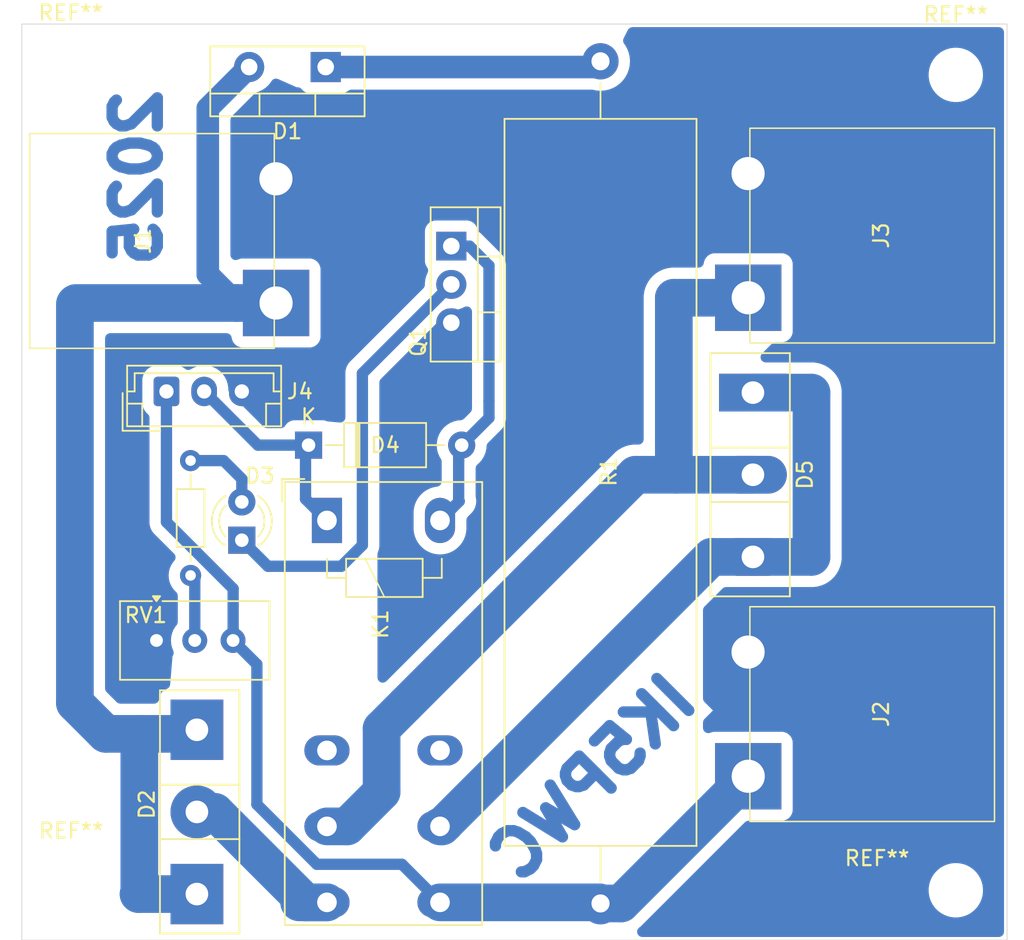
<source format=kicad_pcb>
(kicad_pcb (version 20240108) (generator "pcbnew") (generator_version "8.0")
  (layers (0 "F.Cu" signal) (31 "B.Cu" signal) (37 "F.SilkS" user "F.Silkscreen") (44 "Edge.Cuts" user))
  (net 0 "")
  (net 1 "VCC")
  (net 2 "Net-(D1-K)")
  (net 3 "Net-(D2-K)")
  (net 4 "Net-(D5-K)")
  (net 5 "GND")
  (net 8 "Net-(D3-K)")
  (net 9 "Net-(D3-A)")
  (net 10 "Net-(D5-A-Pad1)")
  (net 11 "/+12V")
  (net 12 "Net-(R2-Pad1)")
  (net 13 "/A2")
  (net 14 "/A1")
  (footprint "Resistor_THT:R_Axial_DIN0204_L3.6mm_D1.6mm_P7.62mm_Horizontal" (layer "F.Cu") (at 23.9875 52.9725 90)
    (property "Reference" "R2" (hide yes))
    (property "Value" "510")
    (fp_line (start 5.73 -0.92) (end 1.89 -0.92) (stroke (width 0.12)) (layer "F.SilkS"))
    (fp_line (start 1.89 -0.92) (end 1.89 0.92) (stroke (width 0.12)) (layer "F.SilkS"))
    (fp_line (start 6.68 0) (end 5.73 0) (stroke (width 0.12)) (layer "F.SilkS"))
    (fp_line (start 0.94 0) (end 1.89 0) (stroke (width 0.12)) (layer "F.SilkS"))
    (fp_line (start 5.73 0.92) (end 5.73 -0.92) (stroke (width 0.12)) (layer "F.SilkS"))
    (fp_line (start 1.89 0.92) (end 5.73 0.92) (stroke (width 0.12)) (layer "F.SilkS"))
    (pad "1" thru_hole circle (at 0 0 90) (size 1.4 1.4) (drill 0.7) (layers "*.Cu" "*.Mask" "In1.Cu" "In2.Cu" "In3.Cu" "In4.Cu" "In5.Cu" "In6.Cu" "In7.Cu" "In8.Cu" "In9.Cu" "In10.Cu" "In11.Cu" "In12.Cu" "In13.Cu" "In14.Cu" "In15.Cu" "In16.Cu" "In17.Cu" "In18.Cu" "In19.Cu" "In20.Cu" "In21.Cu" "In22.Cu" "In23.Cu" "In24.Cu" "In25.Cu" "In26.Cu" "In27.Cu" "In28.Cu" "In29.Cu" "In30.Cu") (net 12 "Net-(R2-Pad1)"))
    (pad "2" thru_hole oval (at 7.62 0 90) (size 1.4 1.4) (drill 0.7) (layers "*.Cu" "*.Mask" "In1.Cu" "In2.Cu" "In3.Cu" "In4.Cu" "In5.Cu" "In6.Cu" "In7.Cu" "In8.Cu" "In9.Cu" "In10.Cu" "In11.Cu" "In12.Cu" "In13.Cu" "In14.Cu" "In15.Cu" "In16.Cu" "In17.Cu" "In18.Cu" "In19.Cu" "In20.Cu" "In21.Cu" "In22.Cu" "In23.Cu" "In24.Cu" "In25.Cu" "In26.Cu" "In27.Cu" "In28.Cu" "In29.Cu" "In30.Cu") (net 9 "Net-(D3-A)"))
  )
  (footprint "Package_TO_SOT_THT:TO-247-3_Vertical" (layer "F.Cu") (at 61.3015 40.8405 -90)
    (property "Reference" "D5" (at 5.45 -3.45 90) (layer "F.SilkS"))
    (property "Value" "D_Schottky_Dual_CommonCathode_AKA_Parallel")
    (fp_line (start -2.62 2.82) (end 13.52 2.82) (stroke (width 0.12)) (layer "F.SilkS"))
    (fp_line (start -2.62 -2.451) (end -2.62 2.82) (stroke (width 0.12)) (layer "F.SilkS"))
    (fp_line (start -2.62 -2.451) (end 13.52 -2.451) (stroke (width 0.12)) (layer "F.SilkS"))
    (fp_line (start 3.646 -2.451) (end 3.646 2.82) (stroke (width 0.12)) (layer "F.SilkS"))
    (fp_line (start 7.255 -2.451) (end 7.255 2.82) (stroke (width 0.12)) (layer "F.SilkS"))
    (fp_line (start 13.52 -2.451) (end 13.52 2.82) (stroke (width 0.12)) (layer "F.SilkS"))
    (pad "1" thru_hole rect (at 0 0 270) (size 2.5 4.5) (drill 1.5) (layers "*.Cu" "*.Mask" "In1.Cu" "In2.Cu" "In3.Cu" "In4.Cu" "In5.Cu" "In6.Cu" "In7.Cu" "In8.Cu" "In9.Cu" "In10.Cu" "In11.Cu" "In12.Cu" "In13.Cu" "In14.Cu" "In15.Cu" "In16.Cu" "In17.Cu" "In18.Cu" "In19.Cu" "In20.Cu" "In21.Cu" "In22.Cu" "In23.Cu" "In24.Cu" "In25.Cu" "In26.Cu" "In27.Cu" "In28.Cu" "In29.Cu" "In30.Cu") (net 10 "Net-(D5-A-Pad1)"))
    (pad "2" thru_hole oval (at 5.45 0 270) (size 2.5 4.5) (drill 1.5) (layers "*.Cu" "*.Mask" "In1.Cu" "In2.Cu" "In3.Cu" "In4.Cu" "In5.Cu" "In6.Cu" "In7.Cu" "In8.Cu" "In9.Cu" "In10.Cu" "In11.Cu" "In12.Cu" "In13.Cu" "In14.Cu" "In15.Cu" "In16.Cu" "In17.Cu" "In18.Cu" "In19.Cu" "In20.Cu" "In21.Cu" "In22.Cu" "In23.Cu" "In24.Cu" "In25.Cu" "In26.Cu" "In27.Cu" "In28.Cu" "In29.Cu" "In30.Cu") (net 4 "Net-(D5-K)"))
    (pad "3" thru_hole oval (at 10.9 0 270) (size 2.5 4.5) (drill 1.5) (layers "*.Cu" "*.Mask" "In1.Cu" "In2.Cu" "In3.Cu" "In4.Cu" "In5.Cu" "In6.Cu" "In7.Cu" "In8.Cu" "In9.Cu" "In10.Cu" "In11.Cu" "In12.Cu" "In13.Cu" "In14.Cu" "In15.Cu" "In16.Cu" "In17.Cu" "In18.Cu" "In19.Cu" "In20.Cu" "In21.Cu" "In22.Cu" "In23.Cu" "In24.Cu" "In25.Cu" "In26.Cu" "In27.Cu" "In28.Cu" "In29.Cu" "In30.Cu") (net 10 "Net-(D5-A-Pad1)"))
  )
  (footprint "Package_TO_SOT_THT:TO-220-3_Vertical" (layer "F.Cu") (at 41.2875 31.1225 -90)
    (property "Reference" "Q1" (at 6.34 2.205 90) (layer "F.SilkS"))
    (property "Value" "BDX53C" (hide yes))
    (fp_line (start -2.58 1.371) (end 7.66 1.371) (stroke (width 0.12)) (layer "F.SilkS"))
    (fp_line (start -2.58 -1.76) (end 7.66 -1.76) (stroke (width 0.12)) (layer "F.SilkS"))
    (fp_line (start -2.58 -3.27) (end -2.58 1.371) (stroke (width 0.12)) (layer "F.SilkS"))
    (fp_line (start -2.58 -3.27) (end 7.66 -3.27) (stroke (width 0.12)) (layer "F.SilkS"))
    (fp_line (start 0.69 -3.27) (end 0.69 -1.76) (stroke (width 0.12)) (layer "F.SilkS"))
    (fp_line (start 4.391 -3.27) (end 4.391 -1.76) (stroke (width 0.12)) (layer "F.SilkS"))
    (fp_line (start 7.66 -3.27) (end 7.66 1.371) (stroke (width 0.12)) (layer "F.SilkS"))
    (pad "1" thru_hole rect (at 0 0 270) (size 1.905 2) (drill 1.1) (layers "*.Cu" "*.Mask" "In1.Cu" "In2.Cu" "In3.Cu" "In4.Cu" "In5.Cu" "In6.Cu" "In7.Cu" "In8.Cu" "In9.Cu" "In10.Cu" "In11.Cu" "In12.Cu" "In13.Cu" "In14.Cu" "In15.Cu" "In16.Cu" "In17.Cu" "In18.Cu" "In19.Cu" "In20.Cu" "In21.Cu" "In22.Cu" "In23.Cu" "In24.Cu" "In25.Cu" "In26.Cu" "In27.Cu" "In28.Cu" "In29.Cu" "In30.Cu") (net 13 "/A2"))
    (pad "2" thru_hole oval (at 2.54 0 270) (size 1.905 2) (drill 1.1) (layers "*.Cu" "*.Mask" "In1.Cu" "In2.Cu" "In3.Cu" "In4.Cu" "In5.Cu" "In6.Cu" "In7.Cu" "In8.Cu" "In9.Cu" "In10.Cu" "In11.Cu" "In12.Cu" "In13.Cu" "In14.Cu" "In15.Cu" "In16.Cu" "In17.Cu" "In18.Cu" "In19.Cu" "In20.Cu" "In21.Cu" "In22.Cu" "In23.Cu" "In24.Cu" "In25.Cu" "In26.Cu" "In27.Cu" "In28.Cu" "In29.Cu" "In30.Cu") (net 8 "Net-(D3-K)"))
    (pad "3" thru_hole oval (at 5.08 0 270) (size 1.905 2) (drill 1.1) (layers "*.Cu" "*.Mask" "In1.Cu" "In2.Cu" "In3.Cu" "In4.Cu" "In5.Cu" "In6.Cu" "In7.Cu" "In8.Cu" "In9.Cu" "In10.Cu" "In11.Cu" "In12.Cu" "In13.Cu" "In14.Cu" "In15.Cu" "In16.Cu" "In17.Cu" "In18.Cu" "In19.Cu" "In20.Cu" "In21.Cu" "In22.Cu" "In23.Cu" "In24.Cu" "In25.Cu" "In26.Cu" "In27.Cu" "In28.Cu" "In29.Cu" "In30.Cu") (net 5 "GND"))
  )
  (footprint "Resistor_THT:R_Axial_Power_L48.0mm_W12.5mm_P55.88mm" (layer "F.Cu") (at 51.1875 74.7358 90)
    (property "Reference" "R1" (at 28.64 0.55 90) (layer "F.SilkS"))
    (property "Value" "2R7")
    (fp_line (start 52.06 -6.37) (end 3.82 -6.37) (stroke (width 0.12)) (layer "F.SilkS"))
    (fp_line (start 3.82 -6.37) (end 3.82 6.37) (stroke (width 0.12)) (layer "F.SilkS"))
    (fp_line (start 54.44 0) (end 52.06 0) (stroke (width 0.12)) (layer "F.SilkS"))
    (fp_line (start 1.44 0) (end 3.82 0) (stroke (width 0.12)) (layer "F.SilkS"))
    (fp_line (start 52.06 6.37) (end 52.06 -6.37) (stroke (width 0.12)) (layer "F.SilkS"))
    (fp_line (start 3.82 6.37) (end 52.06 6.37) (stroke (width 0.12)) (layer "F.SilkS"))
    (pad "1" thru_hole circle (at 0 0 90) (size 2.4 2.4) (drill 1.2) (layers "*.Cu" "*.Mask" "In1.Cu" "In2.Cu" "In3.Cu" "In4.Cu" "In5.Cu" "In6.Cu" "In7.Cu" "In8.Cu" "In9.Cu" "In10.Cu" "In11.Cu" "In12.Cu" "In13.Cu" "In14.Cu" "In15.Cu" "In16.Cu" "In17.Cu" "In18.Cu" "In19.Cu" "In20.Cu" "In21.Cu" "In22.Cu" "In23.Cu" "In24.Cu" "In25.Cu" "In26.Cu" "In27.Cu" "In28.Cu" "In29.Cu" "In30.Cu") (net 11 "/+12V"))
    (pad "2" thru_hole oval (at 55.88 0 90) (size 2.4 2.4) (drill 1.2) (layers "*.Cu" "*.Mask" "In1.Cu" "In2.Cu" "In3.Cu" "In4.Cu" "In5.Cu" "In6.Cu" "In7.Cu" "In8.Cu" "In9.Cu" "In10.Cu" "In11.Cu" "In12.Cu" "In13.Cu" "In14.Cu" "In15.Cu" "In16.Cu" "In17.Cu" "In18.Cu" "In19.Cu" "In20.Cu" "In21.Cu" "In22.Cu" "In23.Cu" "In24.Cu" "In25.Cu" "In26.Cu" "In27.Cu" "In28.Cu" "In29.Cu" "In30.Cu") (net 2 "Net-(D1-K)"))
  )
  (footprint "Connector_JST:JST_EH_B3B-EH-A_1x03_P2.50mm_Vertical" (layer "F.Cu") (at 22.3875 40.7625)
    (property "Reference" "J4" (at 8.85 0 0) (layer "F.SilkS"))
    (property "Value" "ENABLE")
    (fp_line (start -2.91 0.11) (end -2.91 2.61) (stroke (width 0.12)) (layer "F.SilkS"))
    (fp_line (start -2.91 2.61) (end -0.41 2.61) (stroke (width 0.12)) (layer "F.SilkS"))
    (fp_line (start -2.61 -1.71) (end -2.61 2.31) (stroke (width 0.12)) (layer "F.SilkS"))
    (fp_line (start -2.61 0) (end -2.11 0) (stroke (width 0.12)) (layer "F.SilkS"))
    (fp_line (start -2.61 0.81) (end -1.61 0.81) (stroke (width 0.12)) (layer "F.SilkS"))
    (fp_line (start -2.61 2.31) (end 7.61 2.31) (stroke (width 0.12)) (layer "F.SilkS"))
    (fp_line (start -2.11 -1.21) (end 7.11 -1.21) (stroke (width 0.12)) (layer "F.SilkS"))
    (fp_line (start -2.11 0) (end -2.11 -1.21) (stroke (width 0.12)) (layer "F.SilkS"))
    (fp_line (start -1.61 0.81) (end -1.61 2.31) (stroke (width 0.12)) (layer "F.SilkS"))
    (fp_line (start 6.61 0.81) (end 6.61 2.31) (stroke (width 0.12)) (layer "F.SilkS"))
    (fp_line (start 7.11 -1.21) (end 7.11 0) (stroke (width 0.12)) (layer "F.SilkS"))
    (fp_line (start 7.11 0) (end 7.61 0) (stroke (width 0.12)) (layer "F.SilkS"))
    (fp_line (start 7.61 -1.71) (end -2.61 -1.71) (stroke (width 0.12)) (layer "F.SilkS"))
    (fp_line (start 7.61 0.81) (end 6.61 0.81) (stroke (width 0.12)) (layer "F.SilkS"))
    (fp_line (start 7.61 2.31) (end 7.61 -1.71) (stroke (width 0.12)) (layer "F.SilkS"))
    (pad "1" thru_hole roundrect (at 0 0) (size 1.7 1.95) (drill 0.95) (layers "*.Cu" "*.Mask" "In1.Cu" "In2.Cu" "In3.Cu" "In4.Cu" "In5.Cu" "In6.Cu" "In7.Cu" "In8.Cu" "In9.Cu" "In10.Cu" "In11.Cu" "In12.Cu" "In13.Cu" "In14.Cu" "In15.Cu" "In16.Cu" "In17.Cu" "In18.Cu" "In19.Cu" "In20.Cu" "In21.Cu" "In22.Cu" "In23.Cu" "In24.Cu" "In25.Cu" "In26.Cu" "In27.Cu" "In28.Cu" "In29.Cu" "In30.Cu") (roundrect_rratio 0.147059) (net 11 "/+12V"))
    (pad "2" thru_hole oval (at 2.5 0) (size 1.7 1.95) (drill 0.95) (layers "*.Cu" "*.Mask" "In1.Cu" "In2.Cu" "In3.Cu" "In4.Cu" "In5.Cu" "In6.Cu" "In7.Cu" "In8.Cu" "In9.Cu" "In10.Cu" "In11.Cu" "In12.Cu" "In13.Cu" "In14.Cu" "In15.Cu" "In16.Cu" "In17.Cu" "In18.Cu" "In19.Cu" "In20.Cu" "In21.Cu" "In22.Cu" "In23.Cu" "In24.Cu" "In25.Cu" "In26.Cu" "In27.Cu" "In28.Cu" "In29.Cu" "In30.Cu") (net 14 "/A1"))
    (pad "3" thru_hole oval (at 5 0) (size 1.7 1.95) (drill 0.95) (layers "*.Cu" "*.Mask" "In1.Cu" "In2.Cu" "In3.Cu" "In4.Cu" "In5.Cu" "In6.Cu" "In7.Cu" "In8.Cu" "In9.Cu" "In10.Cu" "In11.Cu" "In12.Cu" "In13.Cu" "In14.Cu" "In15.Cu" "In16.Cu" "In17.Cu" "In18.Cu" "In19.Cu" "In20.Cu" "In21.Cu" "In22.Cu" "In23.Cu" "In24.Cu" "In25.Cu" "In26.Cu" "In27.Cu" "In28.Cu" "In29.Cu" "In30.Cu") (net 5 "GND"))
  )
  (footprint "Package_TO_SOT_THT:TO-220-2_Vertical" (layer "F.Cu") (at 32.9528 19.2368 180)
    (property "Reference" "D1" (at 2.54 -4.27 0) (layer "F.SilkS"))
    (property "Value" "BYW19")
    (fp_line (start 7.66 -3.27) (end 7.66 1.371) (stroke (width 0.12)) (layer "F.SilkS"))
    (fp_line (start 4.391 -3.27) (end 4.391 -1.76) (stroke (width 0.12)) (layer "F.SilkS"))
    (fp_line (start 0.69 -3.27) (end 0.69 -1.76) (stroke (width 0.12)) (layer "F.SilkS"))
    (fp_line (start -2.58 1.371) (end 7.66 1.371) (stroke (width 0.12)) (layer "F.SilkS"))
    (fp_line (start -2.58 -1.76) (end 7.66 -1.76) (stroke (width 0.12)) (layer "F.SilkS"))
    (fp_line (start -2.58 -3.27) (end 7.66 -3.27) (stroke (width 0.12)) (layer "F.SilkS"))
    (fp_line (start -2.58 -3.27) (end -2.58 1.371) (stroke (width 0.12)) (layer "F.SilkS"))
    (pad "1" thru_hole rect (at 0 0 180) (size 2 2) (drill 1.1) (layers "*.Cu" "*.Mask" "In1.Cu" "In2.Cu" "In3.Cu" "In4.Cu" "In5.Cu" "In6.Cu" "In7.Cu" "In8.Cu" "In9.Cu" "In10.Cu" "In11.Cu" "In12.Cu" "In13.Cu" "In14.Cu" "In15.Cu" "In16.Cu" "In17.Cu" "In18.Cu" "In19.Cu" "In20.Cu" "In21.Cu" "In22.Cu" "In23.Cu" "In24.Cu" "In25.Cu" "In26.Cu" "In27.Cu" "In28.Cu" "In29.Cu" "In30.Cu") (net 2 "Net-(D1-K)"))
    (pad "2" thru_hole circle (at 5.08 0 180) (size 2 2) (drill 1.1) (layers "*.Cu" "*.Mask" "In1.Cu" "In2.Cu" "In3.Cu" "In4.Cu" "In5.Cu" "In6.Cu" "In7.Cu" "In8.Cu" "In9.Cu" "In10.Cu" "In11.Cu" "In12.Cu" "In13.Cu" "In14.Cu" "In15.Cu" "In16.Cu" "In17.Cu" "In18.Cu" "In19.Cu" "In20.Cu" "In21.Cu" "In22.Cu" "In23.Cu" "In24.Cu" "In25.Cu" "In26.Cu" "In27.Cu" "In28.Cu" "In29.Cu" "In30.Cu") (net 1 "VCC"))
  )
  (footprint "IK5PWC:Mammooth_4mm" (layer "F.Cu") (at 60.9895 34.5465 90)
    (property "Reference" "J3" (at 4.13 8.82 90) (layer "F.SilkS"))
    (property "Value" "OUTPUT")
    (fp_rect (start -3 0.11) (end 11.25 16.34) (stroke (width 0.1)) (fill none) (layer "F.SilkS"))
    (pad "1" thru_hole rect (at 0 0 90) (size 4.4 4.4) (drill 2.2) (layers "*.Cu" "*.Mask" "In1.Cu" "In2.Cu" "In3.Cu" "In4.Cu" "In5.Cu" "In6.Cu" "In7.Cu" "In8.Cu" "In9.Cu" "In10.Cu" "In11.Cu" "In12.Cu" "In13.Cu" "In14.Cu" "In15.Cu" "In16.Cu" "In17.Cu" "In18.Cu" "In19.Cu" "In20.Cu" "In21.Cu" "In22.Cu" "In23.Cu" "In24.Cu" "In25.Cu" "In26.Cu" "In27.Cu" "In28.Cu" "In29.Cu" "In30.Cu") (net 4 "Net-(D5-K)"))
    (pad "2" thru_hole rect (at 8.24 -0.01 90) (size 4.4 4.4) (drill 2.2) (layers "*.Cu" "*.Mask" "In1.Cu" "In2.Cu" "In3.Cu" "In4.Cu" "In5.Cu" "In6.Cu" "In7.Cu" "In8.Cu" "In9.Cu" "In10.Cu" "In11.Cu" "In12.Cu" "In13.Cu" "In14.Cu" "In15.Cu" "In16.Cu" "In17.Cu" "In18.Cu" "In19.Cu" "In20.Cu" "In21.Cu" "In22.Cu" "In23.Cu" "In24.Cu" "In25.Cu" "In26.Cu" "In27.Cu" "In28.Cu" "In29.Cu" "In30.Cu") (net 5 "GND"))
  )
  (footprint "IK5PWC:Mammooth_4mm" (layer "F.Cu") (at 29.6508 26.6536 -90)
    (property "Reference" "J1" (at 4.13 8.82 90) (layer "F.SilkS"))
    (property "Value" "INPUT")
    (fp_rect (start -3 0.11) (end 11.25 16.34) (stroke (width 0.1)) (fill none) (layer "F.SilkS"))
    (pad "1" thru_hole rect (at 0 0 270) (size 4.4 4.4) (drill 2.2) (layers "*.Cu" "*.Mask" "In1.Cu" "In2.Cu" "In3.Cu" "In4.Cu" "In5.Cu" "In6.Cu" "In7.Cu" "In8.Cu" "In9.Cu" "In10.Cu" "In11.Cu" "In12.Cu" "In13.Cu" "In14.Cu" "In15.Cu" "In16.Cu" "In17.Cu" "In18.Cu" "In19.Cu" "In20.Cu" "In21.Cu" "In22.Cu" "In23.Cu" "In24.Cu" "In25.Cu" "In26.Cu" "In27.Cu" "In28.Cu" "In29.Cu" "In30.Cu") (net 5 "GND"))
    (pad "2" thru_hole rect (at 8.24 -0.01 270) (size 4.4 4.4) (drill 2.2) (layers "*.Cu" "*.Mask" "In1.Cu" "In2.Cu" "In3.Cu" "In4.Cu" "In5.Cu" "In6.Cu" "In7.Cu" "In8.Cu" "In9.Cu" "In10.Cu" "In11.Cu" "In12.Cu" "In13.Cu" "In14.Cu" "In15.Cu" "In16.Cu" "In17.Cu" "In18.Cu" "In19.Cu" "In20.Cu" "In21.Cu" "In22.Cu" "In23.Cu" "In24.Cu" "In25.Cu" "In26.Cu" "In27.Cu" "In28.Cu" "In29.Cu" "In30.Cu") (net 1 "VCC"))
  )
  (footprint "IK5PWC:Mammooth_4mm" (layer "F.Cu") (at 60.9895 66.2965 90)
    (property "Reference" "J2" (at 4.13 8.82 90) (layer "F.SilkS"))
    (property "Value" "BATTERY")
    (fp_rect (start -3 0.11) (end 11.25 16.34) (stroke (width 0.1)) (fill none) (layer "F.SilkS"))
    (pad "1" thru_hole rect (at 0 0 90) (size 4.4 4.4) (drill 2.2) (layers "*.Cu" "*.Mask" "In1.Cu" "In2.Cu" "In3.Cu" "In4.Cu" "In5.Cu" "In6.Cu" "In7.Cu" "In8.Cu" "In9.Cu" "In10.Cu" "In11.Cu" "In12.Cu" "In13.Cu" "In14.Cu" "In15.Cu" "In16.Cu" "In17.Cu" "In18.Cu" "In19.Cu" "In20.Cu" "In21.Cu" "In22.Cu" "In23.Cu" "In24.Cu" "In25.Cu" "In26.Cu" "In27.Cu" "In28.Cu" "In29.Cu" "In30.Cu") (net 11 "/+12V"))
    (pad "2" thru_hole rect (at 8.24 -0.01 90) (size 4.4 4.4) (drill 2.2) (layers "*.Cu" "*.Mask" "In1.Cu" "In2.Cu" "In3.Cu" "In4.Cu" "In5.Cu" "In6.Cu" "In7.Cu" "In8.Cu" "In9.Cu" "In10.Cu" "In11.Cu" "In12.Cu" "In13.Cu" "In14.Cu" "In15.Cu" "In16.Cu" "In17.Cu" "In18.Cu" "In19.Cu" "In20.Cu" "In21.Cu" "In22.Cu" "In23.Cu" "In24.Cu" "In25.Cu" "In26.Cu" "In27.Cu" "In28.Cu" "In29.Cu" "In30.Cu") (net 5 "GND"))
  )
  (footprint "MountingHole:MountingHole_3mm" (layer "F.Cu") (at 74.7635 19.7585)
    (property "Reference" "REF**" (at 0 -4 0) (layer "F.SilkS"))
    (property "Value" "MountingHole_3mm")
    (pad "" np_thru_hole circle (at 0 0) (size 3 3) (drill 3) (layers "*.Cu" "*.Mask" "In1.Cu" "In2.Cu" "In3.Cu" "In4.Cu" "In5.Cu" "In6.Cu" "In7.Cu" "In8.Cu" "In9.Cu" "In10.Cu" "In11.Cu" "In12.Cu" "In13.Cu" "In14.Cu" "In15.Cu" "In16.Cu" "In17.Cu" "In18.Cu" "In19.Cu" "In20.Cu" "In21.Cu" "In22.Cu" "In23.Cu" "In24.Cu" "In25.Cu" "In26.Cu" "In27.Cu" "In28.Cu" "In29.Cu" "In30.Cu"))
  )
  (footprint "MountingHole:MountingHole_3mm" (layer "F.Cu") (at 16.0625 73.9125)
    (property "Reference" "REF**" (at 0 -4 0) (layer "F.SilkS"))
    (property "Value" "MountingHole_3mm")
    (pad "" np_thru_hole circle (at 0 0) (size 3 3) (drill 3) (layers "*.Cu" "*.Mask" "In1.Cu" "In2.Cu" "In3.Cu" "In4.Cu" "In5.Cu" "In6.Cu" "In7.Cu" "In8.Cu" "In9.Cu" "In10.Cu" "In11.Cu" "In12.Cu" "In13.Cu" "In14.Cu" "In15.Cu" "In16.Cu" "In17.Cu" "In18.Cu" "In19.Cu" "In20.Cu" "In21.Cu" "In22.Cu" "In23.Cu" "In24.Cu" "In25.Cu" "In26.Cu" "In27.Cu" "In28.Cu" "In29.Cu" "In30.Cu"))
  )
  (footprint "Potentiometer_THT:Potentiometer_Vishay_T93YA_Vertical" (layer "F.Cu") (at 21.726 57.286)
    (property "Reference" "RV1" (at -0.7112 -1.6764 180) (layer "F.SilkS"))
    (property "Value" "10K")
    (fp_line (start -2.42 -2.61) (end -2.42 2.61) (stroke (width 0.12)) (layer "F.SilkS"))
    (fp_line (start -2.42 -2.61) (end -0.3 -2.61) (stroke (width 0.12)) (layer "F.SilkS"))
    (fp_line (start -2.42 2.61) (end 7.5 2.61) (stroke (width 0.12)) (layer "F.SilkS"))
    (fp_line (start 0.4 -2.61) (end 7.5 -2.61) (stroke (width 0.12)) (layer "F.SilkS"))
    (fp_line (start 7.5 -2.61) (end 7.5 2.61) (stroke (width 0.12)) (layer "F.SilkS"))
    (fp_poly (pts (xy 0 -2.61) (xy -0.24 -2.94) (xy 0.24 -2.94) (xy 0 -2.61)) (stroke (width 0.12)) (fill solid) (layer "F.SilkS"))
    (pad "1" thru_hole roundrect (at 0 0) (size 1.65 1.65) (drill 0.85) (layers "*.Cu" "*.Mask" "In1.Cu" "In2.Cu" "In3.Cu" "In4.Cu" "In5.Cu" "In6.Cu" "In7.Cu" "In8.Cu" "In9.Cu" "In10.Cu" "In11.Cu" "In12.Cu" "In13.Cu" "In14.Cu" "In15.Cu" "In16.Cu" "In17.Cu" "In18.Cu" "In19.Cu" "In20.Cu" "In21.Cu" "In22.Cu" "In23.Cu" "In24.Cu" "In25.Cu" "In26.Cu" "In27.Cu" "In28.Cu" "In29.Cu" "In30.Cu") (net 5 "GND"))
    (pad "2" thru_hole circle (at 2.54 0) (size 1.65 1.65) (drill 0.85) (layers "*.Cu" "*.Mask" "In1.Cu" "In2.Cu" "In3.Cu" "In4.Cu" "In5.Cu" "In6.Cu" "In7.Cu" "In8.Cu" "In9.Cu" "In10.Cu" "In11.Cu" "In12.Cu" "In13.Cu" "In14.Cu" "In15.Cu" "In16.Cu" "In17.Cu" "In18.Cu" "In19.Cu" "In20.Cu" "In21.Cu" "In22.Cu" "In23.Cu" "In24.Cu" "In25.Cu" "In26.Cu" "In27.Cu" "In28.Cu" "In29.Cu" "In30.Cu") (net 12 "Net-(R2-Pad1)"))
    (pad "3" thru_hole circle (at 5.08 0) (size 1.65 1.65) (drill 0.85) (layers "*.Cu" "*.Mask" "In1.Cu" "In2.Cu" "In3.Cu" "In4.Cu" "In5.Cu" "In6.Cu" "In7.Cu" "In8.Cu" "In9.Cu" "In10.Cu" "In11.Cu" "In12.Cu" "In13.Cu" "In14.Cu" "In15.Cu" "In16.Cu" "In17.Cu" "In18.Cu" "In19.Cu" "In20.Cu" "In21.Cu" "In22.Cu" "In23.Cu" "In24.Cu" "In25.Cu" "In26.Cu" "In27.Cu" "In28.Cu" "In29.Cu" "In30.Cu") (net 11 "/+12V"))
  )
  (footprint "MountingHole:MountingHole_3mm" (layer "F.Cu") (at 16.0375 19.6375)
    (property "Reference" "REF**" (at 0 -4 0) (layer "F.SilkS"))
    (property "Value" "MountingHole_3mm")
    (pad "" np_thru_hole circle (at 0 0) (size 3 3) (drill 3) (layers "*.Cu" "*.Mask" "In1.Cu" "In2.Cu" "In3.Cu" "In4.Cu" "In5.Cu" "In6.Cu" "In7.Cu" "In8.Cu" "In9.Cu" "In10.Cu" "In11.Cu" "In12.Cu" "In13.Cu" "In14.Cu" "In15.Cu" "In16.Cu" "In17.Cu" "In18.Cu" "In19.Cu" "In20.Cu" "In21.Cu" "In22.Cu" "In23.Cu" "In24.Cu" "In25.Cu" "In26.Cu" "In27.Cu" "In28.Cu" "In29.Cu" "In30.Cu"))
  )
  (footprint "MountingHole:MountingHole_3mm" (layer "F.Cu") (at 74.7635 73.8605)
    (property "Reference" "REF**" (at -5.226 -2.123 0) (layer "F.SilkS"))
    (property "Value" "MountingHole_3mm")
    (pad "" np_thru_hole circle (at 0 0) (size 3 3) (drill 3) (layers "*.Cu" "*.Mask" "In1.Cu" "In2.Cu" "In3.Cu" "In4.Cu" "In5.Cu" "In6.Cu" "In7.Cu" "In8.Cu" "In9.Cu" "In10.Cu" "In11.Cu" "In12.Cu" "In13.Cu" "In14.Cu" "In15.Cu" "In16.Cu" "In17.Cu" "In18.Cu" "In19.Cu" "In20.Cu" "In21.Cu" "In22.Cu" "In23.Cu" "In24.Cu" "In25.Cu" "In26.Cu" "In27.Cu" "In28.Cu" "In29.Cu" "In30.Cu"))
  )
  (footprint "IK5PWC:VEGhA L08 12V dc" (layer "F.Cu") (at 33.0375 49.3225 -90)
    (property "Reference" "K1" (at 6.89 -3.55 90) (layer "F.SilkS"))
    (property "Value" "VEGHA L08A0212VDC")
    (fp_line (start -2.75 3) (end -1.25 3) (stroke (width 0.12)) (layer "F.SilkS"))
    (fp_line (start -2.55 2.8) (end 26.85 2.8) (stroke (width 0.12)) (layer "F.SilkS"))
    (fp_line (start 26.85 2.8) (end 26.85 -10.3) (stroke (width 0.12)) (layer "F.SilkS"))
    (fp_line (start -2.75 1.5) (end -2.75 3) (stroke (width 0.12)) (layer "F.SilkS"))
    (fp_line (start 2.54 0) (end 3.81 0) (stroke (width 0.12)) (layer "F.SilkS"))
    (fp_line (start 3.81 0) (end 3.81 -1.27) (stroke (width 0.12)) (layer "F.SilkS"))
    (fp_line (start 2.54 -1.27) (end 3.81 -1.27) (stroke (width 0.12)) (layer "F.SilkS"))
    (fp_line (start 3.81 -1.27) (end 5.08 -1.27) (stroke (width 0.12)) (layer "F.SilkS"))
    (fp_line (start 5.08 -1.27) (end 5.08 -6.35) (stroke (width 0.12)) (layer "F.SilkS"))
    (fp_line (start 2.54 -2.54) (end 5.08 -3.81) (stroke (width 0.1)) (layer "F.SilkS"))
    (fp_line (start 2.54 -6.35) (end 2.54 -1.27) (stroke (width 0.12)) (layer "F.SilkS"))
    (fp_line (start 3.81 -6.35) (end 3.81 -7.62) (stroke (width 0.12)) (layer "F.SilkS"))
    (fp_line (start 5.08 -6.35) (end 2.54 -6.35) (stroke (width 0.12)) (layer "F.SilkS"))
    (fp_line (start 3.81 -7.62) (end 2.54 -7.62) (stroke (width 0.12)) (layer "F.SilkS"))
    (fp_line (start -2.55 -10.3) (end -2.55 2.8) (stroke (width 0.12)) (layer "F.SilkS"))
    (fp_line (start 26.85 -10.3) (end -2.55 -10.3) (stroke (width 0.12)) (layer "F.SilkS"))
    (pad "11" thru_hole oval (at 20.3 0 90) (size 2 3) (drill 1.3) (layers "*.Cu" "*.Mask" "In1.Cu" "In2.Cu" "In3.Cu" "In4.Cu" "In5.Cu" "In6.Cu" "In7.Cu" "In8.Cu" "In9.Cu" "In10.Cu" "In11.Cu" "In12.Cu" "In13.Cu" "In14.Cu" "In15.Cu" "In16.Cu" "In17.Cu" "In18.Cu" "In19.Cu" "In20.Cu" "In21.Cu" "In22.Cu" "In23.Cu" "In24.Cu" "In25.Cu" "In26.Cu" "In27.Cu" "In28.Cu" "In29.Cu" "In30.Cu") (net 4 "Net-(D5-K)"))
    (pad "12" thru_hole oval (at 15.26 0 90) (size 2 3) (drill 1.3) (layers "*.Cu" "*.Mask" "In1.Cu" "In2.Cu" "In3.Cu" "In4.Cu" "In5.Cu" "In6.Cu" "In7.Cu" "In8.Cu" "In9.Cu" "In10.Cu" "In11.Cu" "In12.Cu" "In13.Cu" "In14.Cu" "In15.Cu" "In16.Cu" "In17.Cu" "In18.Cu" "In19.Cu" "In20.Cu" "In21.Cu" "In22.Cu" "In23.Cu" "In24.Cu" "In25.Cu" "In26.Cu" "In27.Cu" "In28.Cu" "In29.Cu" "In30.Cu"))
    (pad "14" thru_hole oval (at 25.34 0 90) (size 2 3) (drill 1.3) (layers "*.Cu" "*.Mask" "In1.Cu" "In2.Cu" "In3.Cu" "In4.Cu" "In5.Cu" "In6.Cu" "In7.Cu" "In8.Cu" "In9.Cu" "In10.Cu" "In11.Cu" "In12.Cu" "In13.Cu" "In14.Cu" "In15.Cu" "In16.Cu" "In17.Cu" "In18.Cu" "In19.Cu" "In20.Cu" "In21.Cu" "In22.Cu" "In23.Cu" "In24.Cu" "In25.Cu" "In26.Cu" "In27.Cu" "In28.Cu" "In29.Cu" "In30.Cu") (net 3 "Net-(D2-K)"))
    (pad "21" thru_hole oval (at 20.3 -7.5 90) (size 2 3) (drill 1.3) (layers "*.Cu" "*.Mask" "In1.Cu" "In2.Cu" "In3.Cu" "In4.Cu" "In5.Cu" "In6.Cu" "In7.Cu" "In8.Cu" "In9.Cu" "In10.Cu" "In11.Cu" "In12.Cu" "In13.Cu" "In14.Cu" "In15.Cu" "In16.Cu" "In17.Cu" "In18.Cu" "In19.Cu" "In20.Cu" "In21.Cu" "In22.Cu" "In23.Cu" "In24.Cu" "In25.Cu" "In26.Cu" "In27.Cu" "In28.Cu" "In29.Cu" "In30.Cu") (net 10 "Net-(D5-A-Pad1)"))
    (pad "22" thru_hole oval (at 15.26 -7.5 90) (size 2 3) (drill 1.3) (layers "*.Cu" "*.Mask" "In1.Cu" "In2.Cu" "In3.Cu" "In4.Cu" "In5.Cu" "In6.Cu" "In7.Cu" "In8.Cu" "In9.Cu" "In10.Cu" "In11.Cu" "In12.Cu" "In13.Cu" "In14.Cu" "In15.Cu" "In16.Cu" "In17.Cu" "In18.Cu" "In19.Cu" "In20.Cu" "In21.Cu" "In22.Cu" "In23.Cu" "In24.Cu" "In25.Cu" "In26.Cu" "In27.Cu" "In28.Cu" "In29.Cu" "In30.Cu"))
    (pad "24" thru_hole oval (at 25.34 -7.5 90) (size 2 3) (drill 1.3) (layers "*.Cu" "*.Mask" "In1.Cu" "In2.Cu" "In3.Cu" "In4.Cu" "In5.Cu" "In6.Cu" "In7.Cu" "In8.Cu" "In9.Cu" "In10.Cu" "In11.Cu" "In12.Cu" "In13.Cu" "In14.Cu" "In15.Cu" "In16.Cu" "In17.Cu" "In18.Cu" "In19.Cu" "In20.Cu" "In21.Cu" "In22.Cu" "In23.Cu" "In24.Cu" "In25.Cu" "In26.Cu" "In27.Cu" "In28.Cu" "In29.Cu" "In30.Cu") (net 11 "/+12V"))
    (pad "A1" thru_hole rect (at 0 0 90) (size 3 2) (drill 1.3) (layers "*.Cu" "*.Mask" "In1.Cu" "In2.Cu" "In3.Cu" "In4.Cu" "In5.Cu" "In6.Cu" "In7.Cu" "In8.Cu" "In9.Cu" "In10.Cu" "In11.Cu" "In12.Cu" "In13.Cu" "In14.Cu" "In15.Cu" "In16.Cu" "In17.Cu" "In18.Cu" "In19.Cu" "In20.Cu" "In21.Cu" "In22.Cu" "In23.Cu" "In24.Cu" "In25.Cu" "In26.Cu" "In27.Cu" "In28.Cu" "In29.Cu" "In30.Cu") (net 14 "/A1"))
    (pad "A2" thru_hole oval (at 0 -7.5 90) (size 3 2) (drill 1.3) (layers "*.Cu" "*.Mask" "In1.Cu" "In2.Cu" "In3.Cu" "In4.Cu" "In5.Cu" "In6.Cu" "In7.Cu" "In8.Cu" "In9.Cu" "In10.Cu" "In11.Cu" "In12.Cu" "In13.Cu" "In14.Cu" "In15.Cu" "In16.Cu" "In17.Cu" "In18.Cu" "In19.Cu" "In20.Cu" "In21.Cu" "In22.Cu" "In23.Cu" "In24.Cu" "In25.Cu" "In26.Cu" "In27.Cu" "In28.Cu" "In29.Cu" "In30.Cu") (net 13 "/A2"))
  )
  (footprint "Diode_THT:D_A-405_P10.16mm_Horizontal" (layer "F.Cu") (at 31.815 44.325)
    (property "Reference" "D4" (at 5.08 0 0) (layer "F.SilkS"))
    (property "Value" "1N4001")
    (fp_line (start 1.14 0) (end 2.36 0) (stroke (width 0.12)) (layer "F.SilkS"))
    (fp_line (start 2.36 -1.47) (end 2.36 1.47) (stroke (width 0.12)) (layer "F.SilkS"))
    (fp_line (start 2.36 1.47) (end 7.8 1.47) (stroke (width 0.12)) (layer "F.SilkS"))
    (fp_line (start 3.14 -1.47) (end 3.14 1.47) (stroke (width 0.12)) (layer "F.SilkS"))
    (fp_line (start 3.26 -1.47) (end 3.26 1.47) (stroke (width 0.12)) (layer "F.SilkS"))
    (fp_line (start 3.38 -1.47) (end 3.38 1.47) (stroke (width 0.12)) (layer "F.SilkS"))
    (fp_line (start 7.8 -1.47) (end 2.36 -1.47) (stroke (width 0.12)) (layer "F.SilkS"))
    (fp_line (start 7.8 1.47) (end 7.8 -1.47) (stroke (width 0.12)) (layer "F.SilkS"))
    (fp_line (start 9.02 0) (end 7.8 0) (stroke (width 0.12)) (layer "F.SilkS"))
    (fp_text user "K" (at 0 -1.9 0) (layer "F.SilkS"))
    (pad "1" thru_hole rect (at 0 0) (size 1.8 1.8) (drill 0.9) (layers "*.Cu" "*.Mask" "In1.Cu" "In2.Cu" "In3.Cu" "In4.Cu" "In5.Cu" "In6.Cu" "In7.Cu" "In8.Cu" "In9.Cu" "In10.Cu" "In11.Cu" "In12.Cu" "In13.Cu" "In14.Cu" "In15.Cu" "In16.Cu" "In17.Cu" "In18.Cu" "In19.Cu" "In20.Cu" "In21.Cu" "In22.Cu" "In23.Cu" "In24.Cu" "In25.Cu" "In26.Cu" "In27.Cu" "In28.Cu" "In29.Cu" "In30.Cu") (net 14 "/A1"))
    (pad "2" thru_hole oval (at 10.16 0) (size 1.8 1.8) (drill 0.9) (layers "*.Cu" "*.Mask" "In1.Cu" "In2.Cu" "In3.Cu" "In4.Cu" "In5.Cu" "In6.Cu" "In7.Cu" "In8.Cu" "In9.Cu" "In10.Cu" "In11.Cu" "In12.Cu" "In13.Cu" "In14.Cu" "In15.Cu" "In16.Cu" "In17.Cu" "In18.Cu" "In19.Cu" "In20.Cu" "In21.Cu" "In22.Cu" "In23.Cu" "In24.Cu" "In25.Cu" "In26.Cu" "In27.Cu" "In28.Cu" "In29.Cu" "In30.Cu") (net 13 "/A2"))
  )
  (footprint "IK5PWC:30CPF04" (layer "F.Cu") (at 24.4075 74.1125 90)
    (property "Reference" "D2" (at 5.95 -3.32 90) (layer "F.SilkS"))
    (property "Value" "30CPF04")
    (fp_line (start 13.52 -2.451) (end 13.52 2.82) (stroke (width 0.12)) (layer "F.SilkS"))
    (fp_line (start 7.255 -2.451) (end 7.255 2.82) (stroke (width 0.12)) (layer "F.SilkS"))
    (fp_line (start 3.646 -2.451) (end 3.646 2.82) (stroke (width 0.12)) (layer "F.SilkS"))
    (fp_line (start -2.62 -2.451) (end 13.52 -2.451) (stroke (width 0.12)) (layer "F.SilkS"))
    (fp_line (start -2.62 -2.451) (end -2.62 2.82) (stroke (width 0.12)) (layer "F.SilkS"))
    (fp_line (start -2.62 2.82) (end 13.52 2.82) (stroke (width 0.12)) (layer "F.SilkS"))
    (pad "1" thru_hole circle (at 5.45 0 90) (size 3.5 3.5) (drill 1.5) (layers "*.Cu" "*.Mask" "In1.Cu" "In2.Cu" "In3.Cu" "In4.Cu" "In5.Cu" "In6.Cu" "In7.Cu" "In8.Cu" "In9.Cu" "In10.Cu" "In11.Cu" "In12.Cu" "In13.Cu" "In14.Cu" "In15.Cu" "In16.Cu" "In17.Cu" "In18.Cu" "In19.Cu" "In20.Cu" "In21.Cu" "In22.Cu" "In23.Cu" "In24.Cu" "In25.Cu" "In26.Cu" "In27.Cu" "In28.Cu" "In29.Cu" "In30.Cu") (net 3 "Net-(D2-K)"))
    (pad "2" thru_hole rect (at 0 0 90) (size 4 3.5) (drill 1.5) (layers "*.Cu" "*.Mask" "In1.Cu" "In2.Cu" "In3.Cu" "In4.Cu" "In5.Cu" "In6.Cu" "In7.Cu" "In8.Cu" "In9.Cu" "In10.Cu" "In11.Cu" "In12.Cu" "In13.Cu" "In14.Cu" "In15.Cu" "In16.Cu" "In17.Cu" "In18.Cu" "In19.Cu" "In20.Cu" "In21.Cu" "In22.Cu" "In23.Cu" "In24.Cu" "In25.Cu" "In26.Cu" "In27.Cu" "In28.Cu" "In29.Cu" "In30.Cu") (net 1 "VCC"))
    (pad "2" thru_hole rect (at 10.9 0 90) (size 4 3.5) (drill 1.5) (layers "*.Cu" "*.Mask" "In1.Cu" "In2.Cu" "In3.Cu" "In4.Cu" "In5.Cu" "In6.Cu" "In7.Cu" "In8.Cu" "In9.Cu" "In10.Cu" "In11.Cu" "In12.Cu" "In13.Cu" "In14.Cu" "In15.Cu" "In16.Cu" "In17.Cu" "In18.Cu" "In19.Cu" "In20.Cu" "In21.Cu" "In22.Cu" "In23.Cu" "In24.Cu" "In25.Cu" "In26.Cu" "In27.Cu" "In28.Cu" "In29.Cu" "In30.Cu") (net 1 "VCC"))
  )
  (footprint "LED_THT:LED_D3.0mm" (layer "F.Cu") (at 27.3875 50.6325 90)
    (property "Reference" "D3" (at 4.27 1.2 180) (layer "F.SilkS"))
    (property "Value" "LED_Small")
    (fp_line (start -0.29 -1.236) (end -0.29 -1.08) (stroke (width 0.12)) (layer "F.SilkS"))
    (fp_line (start -0.29 1.08) (end -0.29 1.236) (stroke (width 0.12)) (layer "F.SilkS"))
    (fp_arc (start -0.29 -1.235516) (mid 1.365624 -1.987701) (end 2.941397 -1.080061) (stroke (width 0.12)) (layer "F.SilkS"))
    (fp_arc (start 0.229039 -1.08) (mid 1.269964 -1.5) (end 2.31091 -1.080049) (stroke (width 0.12)) (layer "F.SilkS"))
    (fp_arc (start 2.31091 1.080049) (mid 1.269964 1.5) (end 0.229039 1.08) (stroke (width 0.12)) (layer "F.SilkS"))
    (fp_arc (start 2.941397 1.080061) (mid 1.365624 1.987701) (end -0.29 1.235516) (stroke (width 0.12)) (layer "F.SilkS"))
    (pad "1" thru_hole rect (at 0 0 90) (size 1.8 1.8) (drill 0.9) (layers "*.Cu" "*.Mask" "In1.Cu" "In2.Cu" "In3.Cu" "In4.Cu" "In5.Cu" "In6.Cu" "In7.Cu" "In8.Cu" "In9.Cu" "In10.Cu" "In11.Cu" "In12.Cu" "In13.Cu" "In14.Cu" "In15.Cu" "In16.Cu" "In17.Cu" "In18.Cu" "In19.Cu" "In20.Cu" "In21.Cu" "In22.Cu" "In23.Cu" "In24.Cu" "In25.Cu" "In26.Cu" "In27.Cu" "In28.Cu" "In29.Cu" "In30.Cu") (net 8 "Net-(D3-K)"))
    (pad "2" thru_hole circle (at 2.54 0 90) (size 1.8 1.8) (drill 0.9) (layers "*.Cu" "*.Mask" "In1.Cu" "In2.Cu" "In3.Cu" "In4.Cu" "In5.Cu" "In6.Cu" "In7.Cu" "In8.Cu" "In9.Cu" "In10.Cu" "In11.Cu" "In12.Cu" "In13.Cu" "In14.Cu" "In15.Cu" "In16.Cu" "In17.Cu" "In18.Cu" "In19.Cu" "In20.Cu" "In21.Cu" "In22.Cu" "In23.Cu" "In24.Cu" "In25.Cu" "In26.Cu" "In27.Cu" "In28.Cu" "In29.Cu" "In30.Cu") (net 9 "Net-(D3-A)"))
  )
  (gr_rect (start 12.7875 16.3875) (end 78.1635 77.1625) (stroke (width 0.05)) (fill none) (layer "Edge.Cuts"))
  (gr_text "2025" (at 22.1875 20.3625 90) (layer "B.Cu") (effects (font (size 3 3) (thickness 0.75) (bold yes)) (justify left bottom mirror)))
  (gr_text "IK5PWC" (at 58.1875 61.3625 45) (layer "B.Cu") (effects (font (size 3 3) (thickness 0.75) (bold yes)) (justify left bottom mirror)))
  (segment (start 16.3125 34.9548) (end 16.3737 34.8936) (width 2) (layer "B.Cu") (net 1))
  (segment (start 16.3125 61.4375) (end 16.3125 34.9548) (width 2.5) (layer "B.Cu") (net 1))
  (segment (start 27.0346 34.8936) (end 16.3737 34.8936) (width 2.5) (layer "B.Cu") (net 1))
  (segment (start 27.8728 19.2368) (end 25.1296 21.98) (width 1.5) (layer "B.Cu") (net 1))
  (segment (start 20.5875 63.4825) (end 23.0375 63.4825) (width 2.5) (layer "B.Cu") (net 1))
  (segment (start 20.5875 63.4825) (end 20.5875 74.0625) (width 2.5) (layer "B.Cu") (net 1))
  (segment (start 25.1296 32.9886) (end 27.0346 34.8936) (width 1.5) (layer "B.Cu") (net 1))
  (segment (start 18.3575 63.4825) (end 20.5875 63.4825) (width 2.5) (layer "B.Cu") (net 1))
  (segment (start 29.6608 34.8936) (end 27.0346 34.8936) (width 2.5) (layer "B.Cu") (net 1))
  (segment (start 20.5875 74.0625) (end 20.5375 74.1125) (width 2.5) (layer "B.Cu") (net 1))
  (segment (start 25.1296 21.98) (end 25.1296 32.9886) (width 1.5) (layer "B.Cu") (net 1))
  (segment (start 20.5375 74.1125) (end 23.1075 74.1125) (width 2.5) (layer "B.Cu") (net 1))
  (segment (start 16.3125 61.4375) (end 18.3575 63.4825) (width 2.5) (layer "B.Cu") (net 1))
  (segment (start 50.8065 19.2368) (end 51.1875 18.8558) (width 1.5) (layer "B.Cu") (net 2))
  (segment (start 51.5705 18.8375) (end 51.6147 18.7933) (width 1.5) (layer "B.Cu") (net 2))
  (segment (start 51.1605 19.2475) (end 51.6147 18.7933) (width 1.5) (layer "B.Cu") (net 2))
  (segment (start 32.9528 19.2368) (end 50.8065 19.2368) (width 1.5) (layer "B.Cu") (net 2))
  (segment (start 31.6075 74.6625) (end 33.0375 74.6625) (width 2.5) (layer "B.Cu") (net 3))
  (segment (start 31.1875 74.6625) (end 33.0375 74.6625) (width 2.5) (layer "B.Cu") (net 3))
  (segment (start 25.6075 68.6625) (end 31.6075 74.6625) (width 2.5) (layer "B.Cu") (net 3))
  (segment (start 24.4075 68.6625) (end 25.6075 68.6625) (width 2.5) (layer "B.Cu") (net 3))
  (segment (start 56.0535 46.1565) (end 56.1875 46.2905) (width 2.5) (layer "B.Cu") (net 4))
  (segment (start 53.5095 46.2905) (end 38.2625 61.5375) (width 2.5) (layer "B.Cu") (net 4))
  (segment (start 34.3775 69.6225) (end 36.6625 67.3375) (width 2.5) (layer "B.Cu") (net 4))
  (segment (start 36.6625 67.3375) (end 36.6625 63.1375) (width 2.5) (layer "B.Cu") (net 4))
  (segment (start 33.0375 69.6225) (end 34.3775 69.6225) (width 2.5) (layer "B.Cu") (net 4))
  (segment (start 61.3015 46.2905) (end 56.1875 46.2905) (width 2.5) (layer "B.Cu") (net 4))
  (segment (start 56.1875 46.2905) (end 53.5095 46.2905) (width 2.5) (layer "B.Cu") (net 4))
  (segment (start 60.9895 34.5465) (end 56.0535 34.5465) (width 2.5) (layer "B.Cu") (net 4))
  (segment (start 56.0535 34.5465) (end 56.0535 46.1565) (width 2.5) (layer "B.Cu") (net 4))
  (segment (start 36.6625 63.1375) (end 38.2625 61.5375) (width 2.5) (layer "B.Cu") (net 4))
  (segment (start 35.3875 50.9625) (end 35.3875 39.5625) (width 0.75) (layer "B.Cu") (net 8))
  (segment (start 29.1175 52.3625) (end 33.9875 52.3625) (width 0.75) (layer "B.Cu") (net 8))
  (segment (start 33.9875 52.3625) (end 35.3875 50.9625) (width 0.75) (layer "B.Cu") (net 8))
  (segment (start 27.3875 50.6325) (end 29.1175 52.3625) (width 0.75) (layer "B.Cu") (net 8))
  (segment (start 35.3875 39.5625) (end 41.2875 33.6625) (width 0.75) (layer "B.Cu") (net 8))
  (segment (start 23.9875 45.3525) (end 26.1775 45.3525) (width 0.75) (layer "B.Cu") (net 9))
  (segment (start 26.1775 45.3525) (end 27.3875 46.5625) (width 0.75) (layer "B.Cu") (net 9))
  (segment (start 27.3875 46.5625) (end 27.3875 48.0925) (width 0.75) (layer "B.Cu") (net 9))
  (segment (start 58.5515 51.7405) (end 40.6695 69.6225) (width 2.5) (layer "B.Cu") (net 10))
  (segment (start 65.1875 51.7405) (end 61.3015 51.7405) (width 2.5) (layer "B.Cu") (net 10))
  (segment (start 61.3015 51.7405) (end 58.5515 51.7405) (width 2.5) (layer "B.Cu") (net 10))
  (segment (start 65.1875 40.8405) (end 65.1875 51.7405) (width 2.5) (layer "B.Cu") (net 10))
  (segment (start 40.6695 69.6225) (end 40.5375 69.6225) (width 2.5) (layer "B.Cu") (net 10))
  (segment (start 61.3015 40.8405) (end 65.1875 40.8405) (width 2.5) (layer "B.Cu") (net 10))
  (segment (start 38.0125 72.1375) (end 32.3625 72.1375) (width 0.75) (layer "B.Cu") (net 11))
  (segment (start 40.5375 74.6625) (end 51.1142 74.6625) (width 2.5) (layer "B.Cu") (net 11))
  (segment (start 26.806 56.549677) (end 26.806 57.286) (width 0.75) (layer "B.Cu") (net 11))
  (segment (start 51.1875 74.7358) (end 52.5502 74.7358) (width 2.5) (layer "B.Cu") (net 11))
  (segment (start 22.3875 49.427956) (end 26.8125 53.852956) (width 0.75) (layer "B.Cu") (net 11))
  (segment (start 32.3625 72.1375) (end 28.3875 68.1625) (width 0.75) (layer "B.Cu") (net 11))
  (segment (start 40.5375 74.6625) (end 38.0125 72.1375) (width 0.75) (layer "B.Cu") (net 11))
  (segment (start 50.9725 74.6625) (end 51.1875 74.8775) (width 2.5) (layer "B.Cu") (net 11))
  (segment (start 51.1142 74.6625) (end 51.1875 74.7358) (width 2.5) (layer "B.Cu") (net 11))
  (segment (start 28.3875 58.8675) (end 26.806 57.286) (width 0.75) (layer "B.Cu") (net 11))
  (segment (start 28.3875 68.1625) (end 28.3875 58.8675) (width 0.75) (layer "B.Cu") (net 11))
  (segment (start 26.8125 56.543177) (end 26.806 56.549677) (width 0.75) (layer "B.Cu") (net 11))
  (segment (start 26.8125 53.852956) (end 26.8125 56.543177) (width 0.75) (layer "B.Cu") (net 11))
  (segment (start 22.3875 40.7625) (end 22.3875 49.427956) (width 0.75) (layer "B.Cu") (net 11))
  (segment (start 52.5502 74.7358) (end 60.9895 66.2965) (width 2.5) (layer "B.Cu") (net 11))
  (segment (start 24.266 53.251) (end 23.9875 52.9725) (width 0.75) (layer "B.Cu") (net 12))
  (segment (start 24.266 57.286) (end 24.266 53.251) (width 0.75) (layer "B.Cu") (net 12))
  (segment (start 41.975 44.325) (end 43.7875 42.5125) (width 0.75) (layer "B.Cu") (net 13))
  (segment (start 41.775 45.375) (end 41.775 44.35) (width 0.75) (layer "B.Cu") (net 13))
  (segment (start 43.7875 32.4125) (end 43.7875 41.4125) (width 0.75) (layer "B.Cu") (net 13))
  (segment (start 41.2875 31.1225) (end 42.4975 31.1225) (width 0.75) (layer "B.Cu") (net 13))
  (segment (start 41.775 48.01) (end 41.775 45.375) (width 0.75) (layer "B.Cu") (net 13))
  (segment (start 42.4975 31.1225) (end 43.7875 32.4125) (width 0.75) (layer "B.Cu") (net 13))
  (segment (start 41.7666 44.1166) (end 41.975 44.325) (width 0.75) (layer "B.Cu") (net 13))
  (segment (start 41.8125 48.0475) (end 41.775 48.01) (width 0.75) (layer "B.Cu") (net 13))
  (segment (start 43.7875 42.5125) (end 43.7875 41.4125) (width 0.75) (layer "B.Cu") (net 13))
  (segment (start 41.8125 48.0475) (end 40.5375 49.3225) (width 0.75) (layer "B.Cu") (net 13))
  (segment (start 28.45 44.325) (end 31.815 44.325) (width 0.75) (layer "B.Cu") (net 14))
  (segment (start 31.615 44.35) (end 31.615 47.9) (width 0.75) (layer "B.Cu") (net 14))
  (segment (start 24.8875 40.7625) (end 28.45 44.325) (width 0.75) (layer "B.Cu") (net 14))
  (segment (start 31.6525 47.9375) (end 33.0375 49.3225) (width 0.75) (layer "B.Cu") (net 14))
  (segment (start 31.615 47.9) (end 31.6525 47.9375) (width 0.75) (layer "B.Cu") (net 14))
  (zone (net 0) (net_name "") (layer "B.Cu") (connect_pads (clearance 0)) (min_thickness 0.25)
    (keepout (tracks not_allowed) (vias not_allowed) (pads not_allowed) (copperpour not_allowed) (footprints allowed))
    (fill (thermal_gap 0.5) (thermal_bridge_width 0.5))
    (polygon (pts (xy 29.1875 19.7625) (xy 30.9875 20.5625) (xy 30.5875 17.3625)))
  )
  (zone (net 0) (net_name "") (layer "B.Cu") (connect_pads (clearance 0)) (min_thickness 0.25)
    (keepout (tracks not_allowed) (vias not_allowed) (pads not_allowed) (copperpour not_allowed) (footprints allowed))
    (fill (thermal_gap 0.5) (thermal_bridge_width 0.5))
    (polygon (pts (xy 33.1875 42.7625) (xy 34.175 42.855) (xy 33.3875 43.3625)))
  )
  (zone (net 5) (net_name "GND") (layer "B.Cu") (connect_pads yes (clearance 0.75)) (min_thickness 0.7) (fill yes (thermal_gap 0.5) (thermal_bridge_width 0.7))
    (polygon (pts (xy 12.8125 16.3875) (xy 78.1635 16.3875) (xy 78.1625 77.1625) (xy 12.7875 77.1625)))
  )
  (zone (net 0) (net_name "") (layer "B.Cu") (connect_pads (clearance 0)) (min_thickness 0.25)
    (keepout (tracks not_allowed) (vias not_allowed) (pads not_allowed) (copperpour not_allowed) (footprints allowed))
    (fill (thermal_gap 0.5) (thermal_bridge_width 0.5))
    (polygon (pts (xy 51.522199 16.430125) (xy 53.2125 16.3625) (xy 52.4125 17.9375)))
  )
  (zone (net 0) (net_name "") (layer "B.Cu") (connect_pads (clearance 0)) (min_thickness 0.25)
    (keepout (tracks not_allowed) (vias not_allowed) (pads not_allowed) (copperpour not_allowed) (footprints allowed))
    (fill (thermal_gap 0.5) (thermal_bridge_width 0.5))
    (polygon (pts (xy 62.7875 37.3625) (xy 60.3875 37.5625) (xy 61.1875 38.9625)))
  )
  (zone (net 0) (net_name "") (layer "B.Cu") (connect_pads (clearance 0)) (min_thickness 0.25)
    (keepout (tracks not_allowed) (vias not_allowed) (pads not_allowed) (copperpour not_allowed) (footprints allowed))
    (fill (thermal_gap 0.5) (thermal_bridge_width 0.5))
    (polygon (pts (xy 57.3875 66.5625) (xy 57.9875 66.3625) (xy 57.9875 55.3625) (xy 57.3875 55.7625)))
  )
  (zone (net 0) (net_name "") (layers "B.Cu" "F.SilkS") (connect_pads (clearance 0)) (min_thickness 0.25)
    (keepout (tracks not_allowed) (vias not_allowed) (pads not_allowed) (copperpour not_allowed) (footprints allowed))
    (fill (thermal_gap 0.5) (thermal_bridge_width 0.5))
    (polygon (pts (xy 34.1875 53.3625) (xy 36.3875 51.5625) (xy 36.3875 60.5625)))
  )
  (zone (net 0) (net_name "") (layers "B.Cu" "F.SilkS") (connect_pads (clearance 0)) (min_thickness 0.25)
    (keepout (tracks not_allowed) (vias not_allowed) (pads not_allowed) (copperpour not_allowed) (footprints allowed))
    (fill (thermal_gap 0.5) (thermal_bridge_width 0.5))
    (polygon (pts (xy 22.7875 58.3625) (xy 22.5875 60.7625) (xy 23.7875 58.9625)))
  )
)
</source>
